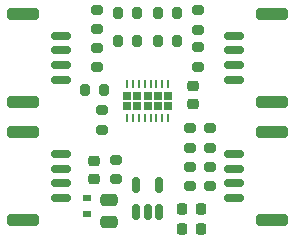
<source format=gbr>
%TF.GenerationSoftware,KiCad,Pcbnew,7.0.10-7.0.10~ubuntu23.04.1*%
%TF.CreationDate,2024-02-14T19:12:25+00:00*%
%TF.ProjectId,TFI2CADT01,54464932-4341-4445-9430-312e6b696361,rev?*%
%TF.SameCoordinates,PX7a53eb0PY6e37550*%
%TF.FileFunction,Paste,Bot*%
%TF.FilePolarity,Positive*%
%FSLAX46Y46*%
G04 Gerber Fmt 4.6, Leading zero omitted, Abs format (unit mm)*
G04 Created by KiCad (PCBNEW 7.0.10-7.0.10~ubuntu23.04.1) date 2024-02-14 19:12:25*
%MOMM*%
%LPD*%
G01*
G04 APERTURE LIST*
G04 Aperture macros list*
%AMRoundRect*
0 Rectangle with rounded corners*
0 $1 Rounding radius*
0 $2 $3 $4 $5 $6 $7 $8 $9 X,Y pos of 4 corners*
0 Add a 4 corners polygon primitive as box body*
4,1,4,$2,$3,$4,$5,$6,$7,$8,$9,$2,$3,0*
0 Add four circle primitives for the rounded corners*
1,1,$1+$1,$2,$3*
1,1,$1+$1,$4,$5*
1,1,$1+$1,$6,$7*
1,1,$1+$1,$8,$9*
0 Add four rect primitives between the rounded corners*
20,1,$1+$1,$2,$3,$4,$5,0*
20,1,$1+$1,$4,$5,$6,$7,0*
20,1,$1+$1,$6,$7,$8,$9,0*
20,1,$1+$1,$8,$9,$2,$3,0*%
G04 Aperture macros list end*
%ADD10RoundRect,0.200000X0.200000X0.275000X-0.200000X0.275000X-0.200000X-0.275000X0.200000X-0.275000X0*%
%ADD11RoundRect,0.218750X-0.256250X0.218750X-0.256250X-0.218750X0.256250X-0.218750X0.256250X0.218750X0*%
%ADD12RoundRect,0.225000X-0.225000X-0.250000X0.225000X-0.250000X0.225000X0.250000X-0.225000X0.250000X0*%
%ADD13R,0.700000X0.600000*%
%ADD14RoundRect,0.200000X-0.275000X0.200000X-0.275000X-0.200000X0.275000X-0.200000X0.275000X0.200000X0*%
%ADD15RoundRect,0.200000X0.275000X-0.200000X0.275000X0.200000X-0.275000X0.200000X-0.275000X-0.200000X0*%
%ADD16RoundRect,0.200000X-0.200000X-0.275000X0.200000X-0.275000X0.200000X0.275000X-0.200000X0.275000X0*%
%ADD17RoundRect,0.150000X-0.700000X0.150000X-0.700000X-0.150000X0.700000X-0.150000X0.700000X0.150000X0*%
%ADD18RoundRect,0.250000X-1.100000X0.250000X-1.100000X-0.250000X1.100000X-0.250000X1.100000X0.250000X0*%
%ADD19RoundRect,0.150000X0.700000X-0.150000X0.700000X0.150000X-0.700000X0.150000X-0.700000X-0.150000X0*%
%ADD20RoundRect,0.250000X1.100000X-0.250000X1.100000X0.250000X-1.100000X0.250000X-1.100000X-0.250000X0*%
%ADD21RoundRect,0.150000X0.150000X-0.512500X0.150000X0.512500X-0.150000X0.512500X-0.150000X-0.512500X0*%
%ADD22R,0.710000X0.670000*%
%ADD23R,0.250000X0.650000*%
%ADD24RoundRect,0.250000X-0.475000X0.250000X-0.475000X-0.250000X0.475000X-0.250000X0.475000X0.250000X0*%
%ADD25RoundRect,0.225000X-0.250000X0.225000X-0.250000X-0.225000X0.250000X-0.225000X0.250000X0.225000X0*%
G04 APERTURE END LIST*
D10*
%TO.C,R7*%
X15025000Y20269200D03*
X13375000Y20269200D03*
%TD*%
D11*
%TO.C,D1*%
X8000000Y7787500D03*
X8000000Y6212500D03*
%TD*%
D12*
%TO.C,C2*%
X15430200Y2032000D03*
X16980200Y2032000D03*
%TD*%
D13*
%TO.C,D2*%
X7366000Y4637000D03*
X7366000Y3237000D03*
%TD*%
D14*
%TO.C,R5*%
X17780000Y7288800D03*
X17780000Y5638800D03*
%TD*%
D15*
%TO.C,R16*%
X16129000Y8890000D03*
X16129000Y10540000D03*
%TD*%
D12*
%TO.C,C3*%
X15430200Y3694000D03*
X16980200Y3694000D03*
%TD*%
D14*
%TO.C,R15*%
X8255000Y20547600D03*
X8255000Y18897600D03*
%TD*%
D16*
%TO.C,R12*%
X9975000Y17907000D03*
X11625000Y17907000D03*
%TD*%
D17*
%TO.C,J5*%
X19850000Y18375000D03*
X19850000Y17125000D03*
X19850000Y15875000D03*
X19850000Y14625000D03*
D18*
X23050000Y20225000D03*
X23050000Y12775000D03*
%TD*%
D14*
%TO.C,R8*%
X16764000Y20535400D03*
X16764000Y18885400D03*
%TD*%
D19*
%TO.C,J1*%
X5150000Y4625000D03*
X5150000Y5875000D03*
X5150000Y7125000D03*
X5150000Y8375000D03*
D20*
X1950000Y2775000D03*
X1950000Y10225000D03*
%TD*%
D16*
%TO.C,R14*%
X9975000Y20269200D03*
X11625000Y20269200D03*
%TD*%
D21*
%TO.C,U1*%
X13446800Y3434500D03*
X12496800Y3434500D03*
X11546800Y3434500D03*
X11546800Y5709500D03*
X13446800Y5709500D03*
%TD*%
D15*
%TO.C,R13*%
X8255000Y15697200D03*
X8255000Y17347200D03*
%TD*%
%TO.C,R1*%
X9804400Y6236200D03*
X9804400Y7886200D03*
%TD*%
D14*
%TO.C,R6*%
X16103600Y7264400D03*
X16103600Y5614400D03*
%TD*%
%TO.C,R2*%
X8636000Y12051800D03*
X8636000Y10401800D03*
%TD*%
D10*
%TO.C,R9*%
X15025000Y17907000D03*
X13375000Y17907000D03*
%TD*%
%TO.C,R3*%
X8826000Y13766800D03*
X7176000Y13766800D03*
%TD*%
D15*
%TO.C,R17*%
X17780000Y8890000D03*
X17780000Y10540000D03*
%TD*%
D17*
%TO.C,J3*%
X19850000Y8375000D03*
X19850000Y7125000D03*
X19850000Y5875000D03*
X19850000Y4625000D03*
D18*
X23050000Y10225000D03*
X23050000Y2775000D03*
%TD*%
D19*
%TO.C,J2*%
X5150000Y14625000D03*
X5150000Y15875000D03*
X5150000Y17125000D03*
X5150000Y18375000D03*
D20*
X1950000Y12775000D03*
X1950000Y20225000D03*
%TD*%
D22*
%TO.C,U2*%
X14260000Y13267400D03*
X13380000Y13267400D03*
X12500000Y13267400D03*
X11620000Y13267400D03*
X10740000Y13267400D03*
X14260000Y12437400D03*
X13380000Y12437400D03*
X12500000Y12437400D03*
X11620000Y12437400D03*
X10740000Y12437400D03*
D23*
X10750000Y14277400D03*
X11250000Y14277400D03*
X11750000Y14277400D03*
X12250000Y14277400D03*
X12750000Y14277400D03*
X13250000Y14277400D03*
X13750000Y14277400D03*
X14250000Y14277400D03*
X14250000Y11427400D03*
X13750000Y11427400D03*
X13250000Y11427400D03*
X12750000Y11427400D03*
X12250000Y11427400D03*
X11750000Y11427400D03*
X11250000Y11427400D03*
X10750000Y11427400D03*
%TD*%
D24*
%TO.C,C1*%
X9245600Y4455200D03*
X9245600Y2555200D03*
%TD*%
D15*
%TO.C,R10*%
X16764000Y15735800D03*
X16764000Y17385800D03*
%TD*%
D25*
%TO.C,C4*%
X16383000Y14097000D03*
X16383000Y12547000D03*
%TD*%
M02*

</source>
